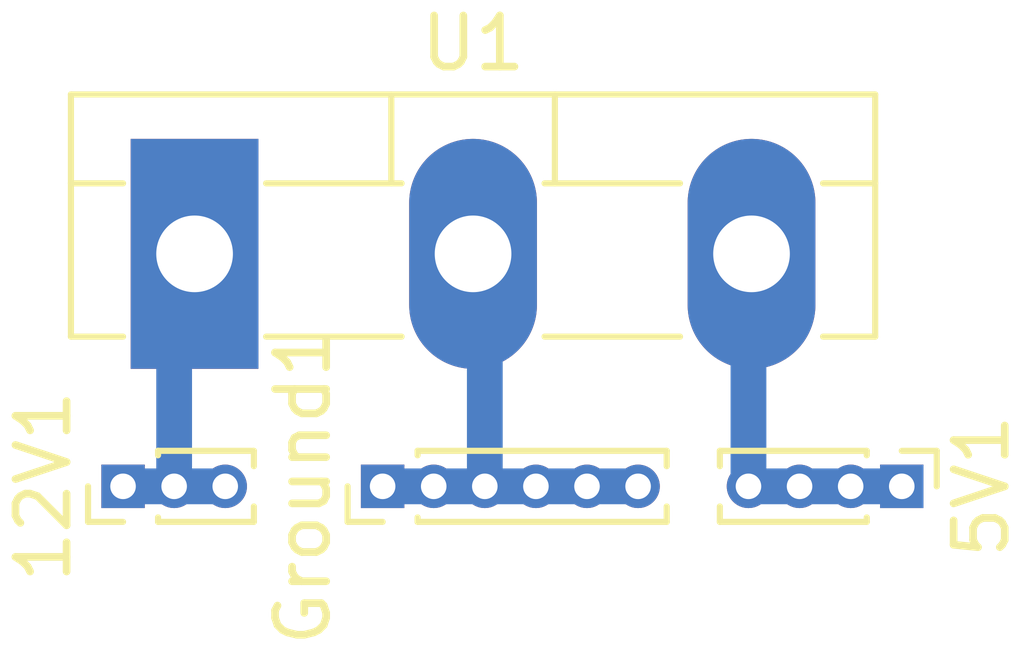
<source format=kicad_pcb>
(kicad_pcb (version 20211014) (generator pcbnew)
  (layers (0 "F.Cu" signal) (31 "B.Cu" signal) (34 "B.Paste" user) (35 "F.Paste" user) (36 "B.SilkS" user "B.Silkscreen") (37 "F.SilkS" user "F.Silkscreen") (38 "B.Mask" user) (39 "F.Mask" user) (44 "Edge.Cuts" user))
  (net 0 "")
  (net 1 "Net-(U1-Pad3)")
  (net 2 "Net-(12V1-Pad1)")
  (net 3 "Net-(Ground1-Pad1)")
  (footprint "Package_TO_SOT_THT:TO-3P-3_Vertical" (layer "F.Cu") (at 120.78 56.41)
    (fp_text reference "U1" (at 5.45 -4.12) (layer "F.SilkS"))
    (fp_text value "L7805")
    (fp_line (start 12.3 1.62) (end 13.32 1.62) (layer "F.SilkS") (width 0.12))
    (fp_line (start 6.85 -1.38) (end 9.5 -1.38) (layer "F.SilkS") (width 0.12))
    (fp_line (start 7.051 -3.12) (end 7.051 -1.38) (layer "F.SilkS") (width 0.12))
    (fp_line (start 1.4 -1.38) (end 4.051 -1.38) (layer "F.SilkS") (width 0.12))
    (fp_line (start -2.42 1.62) (end -1.4 1.62) (layer "F.SilkS") (width 0.12))
    (fp_line (start -2.42 -3.12) (end -2.42 1.62) (layer "F.SilkS") (width 0.12))
    (fp_line (start -2.42 -1.38) (end -1.4 -1.38) (layer "F.SilkS") (width 0.12))
    (fp_line (start 13.32 -3.12) (end 13.32 1.62) (layer "F.SilkS") (width 0.12))
    (fp_line (start 3.85 -3.12) (end 3.85 -1.38) (layer "F.SilkS") (width 0.12))
    (fp_line (start 1.4 1.62) (end 4.051 1.62) (layer "F.SilkS") (width 0.12))
    (fp_line (start 6.85 1.62) (end 9.5 1.62) (layer "F.SilkS") (width 0.12))
    (fp_line (start 12.3 -1.38) (end 13.32 -1.38) (layer "F.SilkS") (width 0.12))
    (fp_line (start -2.42 -3.12) (end 13.32 -3.12) (layer "F.SilkS") (width 0.12))
    (pad "1" thru_hole rect (at 0 0) (size 2.5 4.5) (drill 1.5) (layers *.Cu *.Mask) (net 2 "Net-(12V1-Pad1)"))
    (pad "2" thru_hole oval (at 5.45 0) (size 2.5 4.5) (drill 1.5) (layers *.Cu *.Mask) (net 3 "Net-(Ground1-Pad1)"))
    (pad "3" thru_hole oval (at 10.9 0) (size 2.5 4.5) (drill 1.5) (layers *.Cu *.Mask) (net 1 "Net-(U1-Pad3)"))
  )
  (footprint "Connector_PinHeader_1.00mm:PinHeader_1x03_P1.00mm_Vertical" (layer "F.Cu") (at 119.38 60.96 90)
    (fp_text reference "12V1" (at 0 -1.56 90) (layer "F.SilkS"))
    (fp_text value "Conn_01x03_Female" hide)
    (fp_line (start -0.695 -0.685) (end 0 -0.685) (layer "F.SilkS") (width 0.12))
    (fp_line (start -0.695 0.685) (end -0.608276 0.685) (layer "F.SilkS") (width 0.12))
    (fp_line (start -0.695 0) (end -0.695 -0.685) (layer "F.SilkS") (width 0.12))
    (fp_line (start -0.695 2.56) (end -0.394493 2.56) (layer "F.SilkS") (width 0.12))
    (fp_line (start 0.608276 0.685) (end 0.695 0.685) (layer "F.SilkS") (width 0.12))
    (fp_line (start 0.394493 2.56) (end 0.695 2.56) (layer "F.SilkS") (width 0.12))
    (fp_line (start -0.695 0.685) (end -0.695 2.56) (layer "F.SilkS") (width 0.12))
    (fp_line (start 0.695 0.685) (end 0.695 2.56) (layer "F.SilkS") (width 0.12))
    (pad "1" thru_hole rect (at 0 0 90) (size 0.85 0.85) (drill 0.5) (layers *.Cu *.Mask) (net 2 "Net-(12V1-Pad1)"))
    (pad "2" thru_hole oval (at 0 1 90) (size 0.85 0.85) (drill 0.5) (layers *.Cu *.Mask) (net 2 "Net-(12V1-Pad1)"))
    (pad "3" thru_hole oval (at 0 2 90) (size 0.85 0.85) (drill 0.5) (layers *.Cu *.Mask) (net 2 "Net-(12V1-Pad1)"))
  )
  (footprint "Connector_PinHeader_1.00mm:PinHeader_1x06_P1.00mm_Vertical" (layer "F.Cu") (at 124.46 60.96 90)
    (fp_text reference "Ground1" (at 0 -1.56 90) (layer "F.SilkS"))
    (fp_text value "Conn_01x06_Female" hide)
    (fp_line (start 0.695 0.685) (end 0.695 5.56) (layer "F.SilkS") (width 0.12))
    (fp_line (start -0.695 0.685) (end -0.608276 0.685) (layer "F.SilkS") (width 0.12))
    (fp_line (start -0.695 -0.685) (end 0 -0.685) (layer "F.SilkS") (width 0.12))
    (fp_line (start 0.394493 5.56) (end 0.695 5.56) (layer "F.SilkS") (width 0.12))
    (fp_line (start -0.695 5.56) (end -0.394493 5.56) (layer "F.SilkS") (width 0.12))
    (fp_line (start -0.695 0) (end -0.695 -0.685) (layer "F.SilkS") (width 0.12))
    (fp_line (start -0.695 0.685) (end -0.695 5.56) (layer "F.SilkS") (width 0.12))
    (fp_line (start 0.608276 0.685) (end 0.695 0.685) (layer "F.SilkS") (width 0.12))
    (pad "1" thru_hole rect (at 0 0 90) (size 0.85 0.85) (drill 0.5) (layers *.Cu *.Mask) (net 3 "Net-(Ground1-Pad1)"))
    (pad "2" thru_hole oval (at 0 1 90) (size 0.85 0.85) (drill 0.5) (layers *.Cu *.Mask) (net 3 "Net-(Ground1-Pad1)"))
    (pad "3" thru_hole oval (at 0 2 90) (size 0.85 0.85) (drill 0.5) (layers *.Cu *.Mask) (net 3 "Net-(Ground1-Pad1)"))
    (pad "4" thru_hole oval (at 0 3 90) (size 0.85 0.85) (drill 0.5) (layers *.Cu *.Mask) (net 3 "Net-(Ground1-Pad1)"))
    (pad "5" thru_hole oval (at 0 4 90) (size 0.85 0.85) (drill 0.5) (layers *.Cu *.Mask) (net 3 "Net-(Ground1-Pad1)"))
    (pad "6" thru_hole oval (at 0 5 90) (size 0.85 0.85) (drill 0.5) (layers *.Cu *.Mask) (net 3 "Net-(Ground1-Pad1)"))
  )
  (footprint "Connector_PinHeader_1.00mm:PinHeader_1x04_P1.00mm_Vertical" (layer "F.Cu") (at 134.62 60.96 -90)
    (fp_text reference "5V1" (at 0 -1.56 90) (layer "F.SilkS"))
    (fp_text value "Conn_01x04_Female" hide)
    (fp_line (start -0.695 0.685) (end -0.608276 0.685) (layer "F.SilkS") (width 0.12))
    (fp_line (start 0.394493 3.56) (end 0.695 3.56) (layer "F.SilkS") (width 0.12))
    (fp_line (start 0.695 0.685) (end 0.695 3.56) (layer "F.SilkS") (width 0.12))
    (fp_line (start -0.695 -0.685) (end 0 -0.685) (layer "F.SilkS") (width 0.12))
    (fp_line (start -0.695 0) (end -0.695 -0.685) (layer "F.SilkS") (width 0.12))
    (fp_line (start -0.695 0.685) (end -0.695 3.56) (layer "F.SilkS") (width 0.12))
    (fp_line (start -0.695 3.56) (end -0.394493 3.56) (layer "F.SilkS") (width 0.12))
    (fp_line (start 0.608276 0.685) (end 0.695 0.685) (layer "F.SilkS") (width 0.12))
    (pad "1" thru_hole rect (at 0 0 270) (size 0.85 0.85) (drill 0.5) (layers *.Cu *.Mask) (net 1 "Net-(U1-Pad3)"))
    (pad "2" thru_hole oval (at 0 1 270) (size 0.85 0.85) (drill 0.5) (layers *.Cu *.Mask) (net 1 "Net-(U1-Pad3)"))
    (pad "3" thru_hole oval (at 0 2 270) (size 0.85 0.85) (drill 0.5) (layers *.Cu *.Mask) (net 1 "Net-(U1-Pad3)"))
    (pad "4" thru_hole oval (at 0 3 270) (size 0.85 0.85) (drill 0.5) (layers *.Cu *.Mask) (net 1 "Net-(U1-Pad3)"))
  )
  (segment (start 131.62 56.47) (end 131.68 56.41) (width 0.7) (layer "B.Cu") (net 1))
  (segment (start 132.62 60.96) (end 133.62 60.96) (width 0.7) (layer "B.Cu") (net 1))
  (segment (start 131.62 60.96) (end 131.62 56.47) (width 0.7) (layer "B.Cu") (net 1))
  (segment (start 133.62 60.96) (end 134.62 60.96) (width 0.7) (layer "B.Cu") (net 1))
  (segment (start 131.62 60.96) (end 132.62 60.96) (width 0.7) (layer "B.Cu") (net 1))
  (segment (start 120.38 56.81) (end 120.78 56.41) (width 0.7) (layer "B.Cu") (net 2))
  (segment (start 119.38 60.96) (end 120.38 60.96) (width 0.7) (layer "B.Cu") (net 2))
  (segment (start 120.38 60.96) (end 120.38 56.81) (width 0.7) (layer "B.Cu") (net 2))
  (segment (start 121.38 60.96) (end 120.38 60.96) (width 0.7) (layer "B.Cu") (net 2))
  (segment (start 126.46 60.96) (end 126.46 56.64) (width 0.7) (layer "B.Cu") (net 3))
  (segment (start 128.46 60.96) (end 129.46 60.96) (width 0.7) (layer "B.Cu") (net 3))
  (segment (start 126.46 56.64) (end 126.23 56.41) (width 0.7) (layer "B.Cu") (net 3))
  (segment (start 126.46 60.96) (end 127.46 60.96) (width 0.7) (layer "B.Cu") (net 3))
  (segment (start 124.46 60.96) (end 125.46 60.96) (width 0.7) (layer "B.Cu") (net 3))
  (segment (start 125.46 60.96) (end 126.46 60.96) (width 0.7) (layer "B.Cu") (net 3))
  (segment (start 127.46 60.96) (end 128.46 60.96) (width 0.7) (layer "B.Cu") (net 3))
)
</source>
